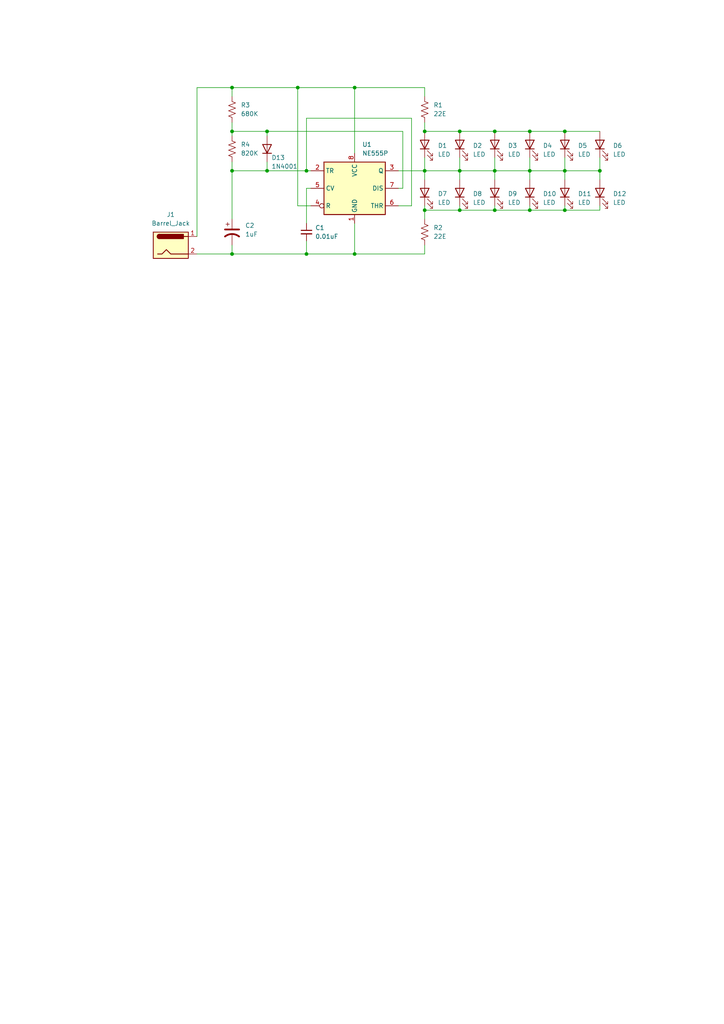
<source format=kicad_sch>
(kicad_sch (version 20230121) (generator eeschema)

  (uuid 15cd4396-3662-4723-bfa2-e088753f055c)

  (paper "A4" portrait)

  (title_block
    (title "Christmas Star")
    (date "2023-09-26")
    (rev "1.0.0")
  )

  (lib_symbols
    (symbol "Connector:Barrel_Jack" (pin_names (offset 1.016)) (in_bom yes) (on_board yes)
      (property "Reference" "J" (at 0 5.334 0)
        (effects (font (size 1.27 1.27)))
      )
      (property "Value" "Barrel_Jack" (at 0 -5.08 0)
        (effects (font (size 1.27 1.27)))
      )
      (property "Footprint" "" (at 1.27 -1.016 0)
        (effects (font (size 1.27 1.27)) hide)
      )
      (property "Datasheet" "~" (at 1.27 -1.016 0)
        (effects (font (size 1.27 1.27)) hide)
      )
      (property "ki_keywords" "DC power barrel jack connector" (at 0 0 0)
        (effects (font (size 1.27 1.27)) hide)
      )
      (property "ki_description" "DC Barrel Jack" (at 0 0 0)
        (effects (font (size 1.27 1.27)) hide)
      )
      (property "ki_fp_filters" "BarrelJack*" (at 0 0 0)
        (effects (font (size 1.27 1.27)) hide)
      )
      (symbol "Barrel_Jack_0_1"
        (rectangle (start -5.08 3.81) (end 5.08 -3.81)
          (stroke (width 0.254) (type default))
          (fill (type background))
        )
        (arc (start -3.302 3.175) (mid -3.9343 2.54) (end -3.302 1.905)
          (stroke (width 0.254) (type default))
          (fill (type none))
        )
        (arc (start -3.302 3.175) (mid -3.9343 2.54) (end -3.302 1.905)
          (stroke (width 0.254) (type default))
          (fill (type outline))
        )
        (polyline
          (pts
            (xy 5.08 2.54)
            (xy 3.81 2.54)
          )
          (stroke (width 0.254) (type default))
          (fill (type none))
        )
        (polyline
          (pts
            (xy -3.81 -2.54)
            (xy -2.54 -2.54)
            (xy -1.27 -1.27)
            (xy 0 -2.54)
            (xy 2.54 -2.54)
            (xy 5.08 -2.54)
          )
          (stroke (width 0.254) (type default))
          (fill (type none))
        )
        (rectangle (start 3.683 3.175) (end -3.302 1.905)
          (stroke (width 0.254) (type default))
          (fill (type outline))
        )
      )
      (symbol "Barrel_Jack_1_1"
        (pin passive line (at 7.62 2.54 180) (length 2.54)
          (name "~" (effects (font (size 1.27 1.27))))
          (number "1" (effects (font (size 1.27 1.27))))
        )
        (pin passive line (at 7.62 -2.54 180) (length 2.54)
          (name "~" (effects (font (size 1.27 1.27))))
          (number "2" (effects (font (size 1.27 1.27))))
        )
      )
    )
    (symbol "Device:C_Polarized_US" (pin_numbers hide) (pin_names (offset 0.254) hide) (in_bom yes) (on_board yes)
      (property "Reference" "C" (at 0.635 2.54 0)
        (effects (font (size 1.27 1.27)) (justify left))
      )
      (property "Value" "C_Polarized_US" (at 0.635 -2.54 0)
        (effects (font (size 1.27 1.27)) (justify left))
      )
      (property "Footprint" "" (at 0 0 0)
        (effects (font (size 1.27 1.27)) hide)
      )
      (property "Datasheet" "~" (at 0 0 0)
        (effects (font (size 1.27 1.27)) hide)
      )
      (property "ki_keywords" "cap capacitor" (at 0 0 0)
        (effects (font (size 1.27 1.27)) hide)
      )
      (property "ki_description" "Polarized capacitor, US symbol" (at 0 0 0)
        (effects (font (size 1.27 1.27)) hide)
      )
      (property "ki_fp_filters" "CP_*" (at 0 0 0)
        (effects (font (size 1.27 1.27)) hide)
      )
      (symbol "C_Polarized_US_0_1"
        (polyline
          (pts
            (xy -2.032 0.762)
            (xy 2.032 0.762)
          )
          (stroke (width 0.508) (type default))
          (fill (type none))
        )
        (polyline
          (pts
            (xy -1.778 2.286)
            (xy -0.762 2.286)
          )
          (stroke (width 0) (type default))
          (fill (type none))
        )
        (polyline
          (pts
            (xy -1.27 1.778)
            (xy -1.27 2.794)
          )
          (stroke (width 0) (type default))
          (fill (type none))
        )
        (arc (start 2.032 -1.27) (mid 0 -0.5572) (end -2.032 -1.27)
          (stroke (width 0.508) (type default))
          (fill (type none))
        )
      )
      (symbol "C_Polarized_US_1_1"
        (pin passive line (at 0 3.81 270) (length 2.794)
          (name "~" (effects (font (size 1.27 1.27))))
          (number "1" (effects (font (size 1.27 1.27))))
        )
        (pin passive line (at 0 -3.81 90) (length 3.302)
          (name "~" (effects (font (size 1.27 1.27))))
          (number "2" (effects (font (size 1.27 1.27))))
        )
      )
    )
    (symbol "Device:C_Small" (pin_numbers hide) (pin_names (offset 0.254) hide) (in_bom yes) (on_board yes)
      (property "Reference" "C" (at 0.254 1.778 0)
        (effects (font (size 1.27 1.27)) (justify left))
      )
      (property "Value" "C_Small" (at 0.254 -2.032 0)
        (effects (font (size 1.27 1.27)) (justify left))
      )
      (property "Footprint" "" (at 0 0 0)
        (effects (font (size 1.27 1.27)) hide)
      )
      (property "Datasheet" "~" (at 0 0 0)
        (effects (font (size 1.27 1.27)) hide)
      )
      (property "ki_keywords" "capacitor cap" (at 0 0 0)
        (effects (font (size 1.27 1.27)) hide)
      )
      (property "ki_description" "Unpolarized capacitor, small symbol" (at 0 0 0)
        (effects (font (size 1.27 1.27)) hide)
      )
      (property "ki_fp_filters" "C_*" (at 0 0 0)
        (effects (font (size 1.27 1.27)) hide)
      )
      (symbol "C_Small_0_1"
        (polyline
          (pts
            (xy -1.524 -0.508)
            (xy 1.524 -0.508)
          )
          (stroke (width 0.3302) (type default))
          (fill (type none))
        )
        (polyline
          (pts
            (xy -1.524 0.508)
            (xy 1.524 0.508)
          )
          (stroke (width 0.3048) (type default))
          (fill (type none))
        )
      )
      (symbol "C_Small_1_1"
        (pin passive line (at 0 2.54 270) (length 2.032)
          (name "~" (effects (font (size 1.27 1.27))))
          (number "1" (effects (font (size 1.27 1.27))))
        )
        (pin passive line (at 0 -2.54 90) (length 2.032)
          (name "~" (effects (font (size 1.27 1.27))))
          (number "2" (effects (font (size 1.27 1.27))))
        )
      )
    )
    (symbol "Device:LED" (pin_numbers hide) (pin_names (offset 1.016) hide) (in_bom yes) (on_board yes)
      (property "Reference" "D" (at 0 2.54 0)
        (effects (font (size 1.27 1.27)))
      )
      (property "Value" "LED" (at 0 -2.54 0)
        (effects (font (size 1.27 1.27)))
      )
      (property "Footprint" "" (at 0 0 0)
        (effects (font (size 1.27 1.27)) hide)
      )
      (property "Datasheet" "~" (at 0 0 0)
        (effects (font (size 1.27 1.27)) hide)
      )
      (property "ki_keywords" "LED diode" (at 0 0 0)
        (effects (font (size 1.27 1.27)) hide)
      )
      (property "ki_description" "Light emitting diode" (at 0 0 0)
        (effects (font (size 1.27 1.27)) hide)
      )
      (property "ki_fp_filters" "LED* LED_SMD:* LED_THT:*" (at 0 0 0)
        (effects (font (size 1.27 1.27)) hide)
      )
      (symbol "LED_0_1"
        (polyline
          (pts
            (xy -1.27 -1.27)
            (xy -1.27 1.27)
          )
          (stroke (width 0.254) (type default))
          (fill (type none))
        )
        (polyline
          (pts
            (xy -1.27 0)
            (xy 1.27 0)
          )
          (stroke (width 0) (type default))
          (fill (type none))
        )
        (polyline
          (pts
            (xy 1.27 -1.27)
            (xy 1.27 1.27)
            (xy -1.27 0)
            (xy 1.27 -1.27)
          )
          (stroke (width 0.254) (type default))
          (fill (type none))
        )
        (polyline
          (pts
            (xy -3.048 -0.762)
            (xy -4.572 -2.286)
            (xy -3.81 -2.286)
            (xy -4.572 -2.286)
            (xy -4.572 -1.524)
          )
          (stroke (width 0) (type default))
          (fill (type none))
        )
        (polyline
          (pts
            (xy -1.778 -0.762)
            (xy -3.302 -2.286)
            (xy -2.54 -2.286)
            (xy -3.302 -2.286)
            (xy -3.302 -1.524)
          )
          (stroke (width 0) (type default))
          (fill (type none))
        )
      )
      (symbol "LED_1_1"
        (pin passive line (at -3.81 0 0) (length 2.54)
          (name "K" (effects (font (size 1.27 1.27))))
          (number "1" (effects (font (size 1.27 1.27))))
        )
        (pin passive line (at 3.81 0 180) (length 2.54)
          (name "A" (effects (font (size 1.27 1.27))))
          (number "2" (effects (font (size 1.27 1.27))))
        )
      )
    )
    (symbol "Device:R_US" (pin_numbers hide) (pin_names (offset 0)) (in_bom yes) (on_board yes)
      (property "Reference" "R" (at 2.54 0 90)
        (effects (font (size 1.27 1.27)))
      )
      (property "Value" "R_US" (at -2.54 0 90)
        (effects (font (size 1.27 1.27)))
      )
      (property "Footprint" "" (at 1.016 -0.254 90)
        (effects (font (size 1.27 1.27)) hide)
      )
      (property "Datasheet" "~" (at 0 0 0)
        (effects (font (size 1.27 1.27)) hide)
      )
      (property "ki_keywords" "R res resistor" (at 0 0 0)
        (effects (font (size 1.27 1.27)) hide)
      )
      (property "ki_description" "Resistor, US symbol" (at 0 0 0)
        (effects (font (size 1.27 1.27)) hide)
      )
      (property "ki_fp_filters" "R_*" (at 0 0 0)
        (effects (font (size 1.27 1.27)) hide)
      )
      (symbol "R_US_0_1"
        (polyline
          (pts
            (xy 0 -2.286)
            (xy 0 -2.54)
          )
          (stroke (width 0) (type default))
          (fill (type none))
        )
        (polyline
          (pts
            (xy 0 2.286)
            (xy 0 2.54)
          )
          (stroke (width 0) (type default))
          (fill (type none))
        )
        (polyline
          (pts
            (xy 0 -0.762)
            (xy 1.016 -1.143)
            (xy 0 -1.524)
            (xy -1.016 -1.905)
            (xy 0 -2.286)
          )
          (stroke (width 0) (type default))
          (fill (type none))
        )
        (polyline
          (pts
            (xy 0 0.762)
            (xy 1.016 0.381)
            (xy 0 0)
            (xy -1.016 -0.381)
            (xy 0 -0.762)
          )
          (stroke (width 0) (type default))
          (fill (type none))
        )
        (polyline
          (pts
            (xy 0 2.286)
            (xy 1.016 1.905)
            (xy 0 1.524)
            (xy -1.016 1.143)
            (xy 0 0.762)
          )
          (stroke (width 0) (type default))
          (fill (type none))
        )
      )
      (symbol "R_US_1_1"
        (pin passive line (at 0 3.81 270) (length 1.27)
          (name "~" (effects (font (size 1.27 1.27))))
          (number "1" (effects (font (size 1.27 1.27))))
        )
        (pin passive line (at 0 -3.81 90) (length 1.27)
          (name "~" (effects (font (size 1.27 1.27))))
          (number "2" (effects (font (size 1.27 1.27))))
        )
      )
    )
    (symbol "Diode:1N4001" (pin_numbers hide) (pin_names hide) (in_bom yes) (on_board yes)
      (property "Reference" "D" (at 0 2.54 0)
        (effects (font (size 1.27 1.27)))
      )
      (property "Value" "1N4001" (at 0 -2.54 0)
        (effects (font (size 1.27 1.27)))
      )
      (property "Footprint" "Diode_THT:D_DO-41_SOD81_P10.16mm_Horizontal" (at 0 0 0)
        (effects (font (size 1.27 1.27)) hide)
      )
      (property "Datasheet" "http://www.vishay.com/docs/88503/1n4001.pdf" (at 0 0 0)
        (effects (font (size 1.27 1.27)) hide)
      )
      (property "Sim.Device" "D" (at 0 0 0)
        (effects (font (size 1.27 1.27)) hide)
      )
      (property "Sim.Pins" "1=K 2=A" (at 0 0 0)
        (effects (font (size 1.27 1.27)) hide)
      )
      (property "ki_keywords" "diode" (at 0 0 0)
        (effects (font (size 1.27 1.27)) hide)
      )
      (property "ki_description" "50V 1A General Purpose Rectifier Diode, DO-41" (at 0 0 0)
        (effects (font (size 1.27 1.27)) hide)
      )
      (property "ki_fp_filters" "D*DO?41*" (at 0 0 0)
        (effects (font (size 1.27 1.27)) hide)
      )
      (symbol "1N4001_0_1"
        (polyline
          (pts
            (xy -1.27 1.27)
            (xy -1.27 -1.27)
          )
          (stroke (width 0.254) (type default))
          (fill (type none))
        )
        (polyline
          (pts
            (xy 1.27 0)
            (xy -1.27 0)
          )
          (stroke (width 0) (type default))
          (fill (type none))
        )
        (polyline
          (pts
            (xy 1.27 1.27)
            (xy 1.27 -1.27)
            (xy -1.27 0)
            (xy 1.27 1.27)
          )
          (stroke (width 0.254) (type default))
          (fill (type none))
        )
      )
      (symbol "1N4001_1_1"
        (pin passive line (at -3.81 0 0) (length 2.54)
          (name "K" (effects (font (size 1.27 1.27))))
          (number "1" (effects (font (size 1.27 1.27))))
        )
        (pin passive line (at 3.81 0 180) (length 2.54)
          (name "A" (effects (font (size 1.27 1.27))))
          (number "2" (effects (font (size 1.27 1.27))))
        )
      )
    )
    (symbol "Timer:NE555P" (in_bom yes) (on_board yes)
      (property "Reference" "U" (at -10.16 8.89 0)
        (effects (font (size 1.27 1.27)) (justify left))
      )
      (property "Value" "NE555P" (at 2.54 8.89 0)
        (effects (font (size 1.27 1.27)) (justify left))
      )
      (property "Footprint" "Package_DIP:DIP-8_W7.62mm" (at 16.51 -10.16 0)
        (effects (font (size 1.27 1.27)) hide)
      )
      (property "Datasheet" "http://www.ti.com/lit/ds/symlink/ne555.pdf" (at 21.59 -10.16 0)
        (effects (font (size 1.27 1.27)) hide)
      )
      (property "ki_keywords" "single timer 555" (at 0 0 0)
        (effects (font (size 1.27 1.27)) hide)
      )
      (property "ki_description" "Precision Timers, 555 compatible,  PDIP-8" (at 0 0 0)
        (effects (font (size 1.27 1.27)) hide)
      )
      (property "ki_fp_filters" "DIP*W7.62mm*" (at 0 0 0)
        (effects (font (size 1.27 1.27)) hide)
      )
      (symbol "NE555P_0_0"
        (pin power_in line (at 0 -10.16 90) (length 2.54)
          (name "GND" (effects (font (size 1.27 1.27))))
          (number "1" (effects (font (size 1.27 1.27))))
        )
        (pin power_in line (at 0 10.16 270) (length 2.54)
          (name "VCC" (effects (font (size 1.27 1.27))))
          (number "8" (effects (font (size 1.27 1.27))))
        )
      )
      (symbol "NE555P_0_1"
        (rectangle (start -8.89 -7.62) (end 8.89 7.62)
          (stroke (width 0.254) (type default))
          (fill (type background))
        )
        (rectangle (start -8.89 -7.62) (end 8.89 7.62)
          (stroke (width 0.254) (type default))
          (fill (type background))
        )
      )
      (symbol "NE555P_1_1"
        (pin input line (at -12.7 5.08 0) (length 3.81)
          (name "TR" (effects (font (size 1.27 1.27))))
          (number "2" (effects (font (size 1.27 1.27))))
        )
        (pin output line (at 12.7 5.08 180) (length 3.81)
          (name "Q" (effects (font (size 1.27 1.27))))
          (number "3" (effects (font (size 1.27 1.27))))
        )
        (pin input inverted (at -12.7 -5.08 0) (length 3.81)
          (name "R" (effects (font (size 1.27 1.27))))
          (number "4" (effects (font (size 1.27 1.27))))
        )
        (pin input line (at -12.7 0 0) (length 3.81)
          (name "CV" (effects (font (size 1.27 1.27))))
          (number "5" (effects (font (size 1.27 1.27))))
        )
        (pin input line (at 12.7 -5.08 180) (length 3.81)
          (name "THR" (effects (font (size 1.27 1.27))))
          (number "6" (effects (font (size 1.27 1.27))))
        )
        (pin input line (at 12.7 0 180) (length 3.81)
          (name "DIS" (effects (font (size 1.27 1.27))))
          (number "7" (effects (font (size 1.27 1.27))))
        )
      )
    )
  )

  (junction (at 86.36 25.4) (diameter 0) (color 0 0 0 0)
    (uuid 034483d3-655b-41eb-a09e-c9d05143d4d5)
  )
  (junction (at 163.83 38.1) (diameter 0) (color 0 0 0 0)
    (uuid 1cda1d13-28b4-4a28-8a0f-749d5083716d)
  )
  (junction (at 153.67 49.53) (diameter 0) (color 0 0 0 0)
    (uuid 28b47b8d-d088-4ee4-b76c-1b35740e76cd)
  )
  (junction (at 173.99 49.53) (diameter 0) (color 0 0 0 0)
    (uuid 33a21f51-9093-46b3-97f1-1346b33ef361)
  )
  (junction (at 143.51 60.96) (diameter 0) (color 0 0 0 0)
    (uuid 3d76f2af-a64a-4126-b1c8-ffe80afb64db)
  )
  (junction (at 143.51 49.53) (diameter 0) (color 0 0 0 0)
    (uuid 4b2cc188-42b6-4c6e-9319-6f7c9b9171eb)
  )
  (junction (at 153.67 60.96) (diameter 0) (color 0 0 0 0)
    (uuid 57d7c033-4d47-4384-9c34-0749b19c4041)
  )
  (junction (at 67.31 73.66) (diameter 0) (color 0 0 0 0)
    (uuid 5e3bd4cc-9133-45de-a960-0a03217dcee0)
  )
  (junction (at 143.51 38.1) (diameter 0) (color 0 0 0 0)
    (uuid 615b42ee-6186-4fc5-aa6e-9c021b165a82)
  )
  (junction (at 133.35 38.1) (diameter 0) (color 0 0 0 0)
    (uuid 63e30fc6-5d2e-4efa-bfe7-16cc853e0674)
  )
  (junction (at 123.19 49.53) (diameter 0) (color 0 0 0 0)
    (uuid 64767bdb-31a3-4436-92ec-f3296f471274)
  )
  (junction (at 88.9 49.53) (diameter 0) (color 0 0 0 0)
    (uuid 6782007d-47fd-47d8-9b51-052de2286afa)
  )
  (junction (at 133.35 49.53) (diameter 0) (color 0 0 0 0)
    (uuid 7616bbf0-da16-401f-ad82-40a678d91189)
  )
  (junction (at 102.87 25.4) (diameter 0) (color 0 0 0 0)
    (uuid 847a6863-92c2-4ab4-ae61-64457bb53b77)
  )
  (junction (at 88.9 73.66) (diameter 0) (color 0 0 0 0)
    (uuid 8cb8bd64-b493-409a-afc2-070e7ca2c5f4)
  )
  (junction (at 77.47 38.1) (diameter 0) (color 0 0 0 0)
    (uuid 996cf62d-b510-4e80-b3c6-2db6ec65ec27)
  )
  (junction (at 67.31 38.1) (diameter 0) (color 0 0 0 0)
    (uuid b1fc69a6-f54a-4d46-8fcb-d1a5bfcdc7df)
  )
  (junction (at 77.47 49.53) (diameter 0) (color 0 0 0 0)
    (uuid b50d5de9-d0df-4e45-b02a-007bc60e36b8)
  )
  (junction (at 67.31 25.4) (diameter 0) (color 0 0 0 0)
    (uuid b59d9250-1010-4a8c-bc67-eb92e0eb3f44)
  )
  (junction (at 123.19 60.96) (diameter 0) (color 0 0 0 0)
    (uuid c9a695a1-52b5-46e2-bcd8-0cab4ece7912)
  )
  (junction (at 133.35 60.96) (diameter 0) (color 0 0 0 0)
    (uuid d1ad11f0-805f-4053-9624-1f25475fe448)
  )
  (junction (at 163.83 49.53) (diameter 0) (color 0 0 0 0)
    (uuid dcb4c9c2-ff91-4f77-a9ca-5f6dc451c11f)
  )
  (junction (at 102.87 73.66) (diameter 0) (color 0 0 0 0)
    (uuid ed5b625d-c616-46f7-8e89-fd6234585de9)
  )
  (junction (at 123.19 38.1) (diameter 0) (color 0 0 0 0)
    (uuid ed6e017b-533b-4e8b-b3de-73ce97b9d3b9)
  )
  (junction (at 153.67 38.1) (diameter 0) (color 0 0 0 0)
    (uuid f595f2de-673a-4237-aadf-273ac5f7ea61)
  )
  (junction (at 67.31 49.53) (diameter 0) (color 0 0 0 0)
    (uuid f88029b7-09f2-436d-91fb-5dcb52f03b33)
  )
  (junction (at 163.83 60.96) (diameter 0) (color 0 0 0 0)
    (uuid fce850c2-d76a-4a28-8a8f-9d523b20a970)
  )

  (wire (pts (xy 123.19 59.69) (xy 123.19 60.96))
    (stroke (width 0) (type default))
    (uuid 018909bd-b362-4846-9f7d-7cf8cf61b87e)
  )
  (wire (pts (xy 143.51 49.53) (xy 143.51 52.07))
    (stroke (width 0) (type default))
    (uuid 0ee579df-2dfc-4073-84a2-216efee03c91)
  )
  (wire (pts (xy 88.9 69.85) (xy 88.9 73.66))
    (stroke (width 0) (type default))
    (uuid 0f97408b-ec45-4fc7-9b49-4f5bc1de70bc)
  )
  (wire (pts (xy 86.36 25.4) (xy 102.87 25.4))
    (stroke (width 0) (type default))
    (uuid 0ff1209f-8158-469c-ad8b-e0882d40ae48)
  )
  (wire (pts (xy 173.99 49.53) (xy 173.99 52.07))
    (stroke (width 0) (type default))
    (uuid 12ee2650-ef57-48bb-97dc-23ffbb98cf68)
  )
  (wire (pts (xy 123.19 35.56) (xy 123.19 38.1))
    (stroke (width 0) (type default))
    (uuid 13089c01-86b7-4fc4-a07b-bf60c5c9a1e8)
  )
  (wire (pts (xy 119.38 59.69) (xy 119.38 34.29))
    (stroke (width 0) (type default))
    (uuid 15b7508a-860c-4947-9411-a0e1b1e7af32)
  )
  (wire (pts (xy 123.19 38.1) (xy 133.35 38.1))
    (stroke (width 0) (type default))
    (uuid 174bda0d-20f7-46d9-8f42-c981506ae5ff)
  )
  (wire (pts (xy 115.57 49.53) (xy 123.19 49.53))
    (stroke (width 0) (type default))
    (uuid 17af9744-375c-41ac-bb5d-16db7dedba29)
  )
  (wire (pts (xy 67.31 46.99) (xy 67.31 49.53))
    (stroke (width 0) (type default))
    (uuid 18f04b27-55f9-4d49-b3ab-581fd7791aed)
  )
  (wire (pts (xy 123.19 60.96) (xy 123.19 63.5))
    (stroke (width 0) (type default))
    (uuid 1a860b85-7798-494a-8ba5-e9c50c30f84e)
  )
  (wire (pts (xy 102.87 25.4) (xy 123.19 25.4))
    (stroke (width 0) (type default))
    (uuid 28debdb1-9cad-45f1-8943-99c9ea24216d)
  )
  (wire (pts (xy 163.83 45.72) (xy 163.83 49.53))
    (stroke (width 0) (type default))
    (uuid 2d082234-c110-4dd0-ad78-ce60b271106d)
  )
  (wire (pts (xy 173.99 60.96) (xy 173.99 59.69))
    (stroke (width 0) (type default))
    (uuid 2d09b027-1057-4f2d-b8ef-6820c267ccaf)
  )
  (wire (pts (xy 173.99 45.72) (xy 173.99 49.53))
    (stroke (width 0) (type default))
    (uuid 32163ba9-a203-443f-89a0-ae68c9dce6ec)
  )
  (wire (pts (xy 67.31 35.56) (xy 67.31 38.1))
    (stroke (width 0) (type default))
    (uuid 336b5b64-0a7e-4fb5-89fe-c46c3ac4dd8e)
  )
  (wire (pts (xy 153.67 45.72) (xy 153.67 49.53))
    (stroke (width 0) (type default))
    (uuid 383211b0-27a2-40d2-bbb8-d4e051a0df38)
  )
  (wire (pts (xy 116.84 54.61) (xy 116.84 38.1))
    (stroke (width 0) (type default))
    (uuid 39b505f6-de14-4230-84de-cb9602c5ee7e)
  )
  (wire (pts (xy 153.67 49.53) (xy 153.67 52.07))
    (stroke (width 0) (type default))
    (uuid 405739d8-dbdc-459d-ac40-c268505f11a9)
  )
  (wire (pts (xy 143.51 59.69) (xy 143.51 60.96))
    (stroke (width 0) (type default))
    (uuid 45573e47-32b7-4342-a50b-0b3e02aacd52)
  )
  (wire (pts (xy 102.87 44.45) (xy 102.87 25.4))
    (stroke (width 0) (type default))
    (uuid 4751c484-c7a1-4de6-8da4-cb4a7b89db3a)
  )
  (wire (pts (xy 163.83 60.96) (xy 173.99 60.96))
    (stroke (width 0) (type default))
    (uuid 494dff99-095c-4971-9e3c-c83de3eb6938)
  )
  (wire (pts (xy 163.83 38.1) (xy 173.99 38.1))
    (stroke (width 0) (type default))
    (uuid 54e99025-b3f6-454b-95c7-50bdd36e4557)
  )
  (wire (pts (xy 163.83 49.53) (xy 173.99 49.53))
    (stroke (width 0) (type default))
    (uuid 5d7cf982-3581-41a9-81af-0dc7f0fce4ea)
  )
  (wire (pts (xy 67.31 49.53) (xy 77.47 49.53))
    (stroke (width 0) (type default))
    (uuid 5f511f7f-5784-47a4-b239-662e88b98f41)
  )
  (wire (pts (xy 57.15 68.58) (xy 57.15 25.4))
    (stroke (width 0) (type default))
    (uuid 5f596f61-5e60-4509-8230-9061a576eb48)
  )
  (wire (pts (xy 102.87 64.77) (xy 102.87 73.66))
    (stroke (width 0) (type default))
    (uuid 63d66f5a-61a0-4915-95d1-75e448fec5ae)
  )
  (wire (pts (xy 77.47 46.99) (xy 77.47 49.53))
    (stroke (width 0) (type default))
    (uuid 641c065b-44f5-411f-aa84-88018547aa00)
  )
  (wire (pts (xy 133.35 49.53) (xy 133.35 52.07))
    (stroke (width 0) (type default))
    (uuid 6507bc51-f0e3-47d5-9fad-c8b2b982ca9c)
  )
  (wire (pts (xy 143.51 38.1) (xy 153.67 38.1))
    (stroke (width 0) (type default))
    (uuid 65f5fe5a-39c9-4fd1-ae30-229dbe9c6b2d)
  )
  (wire (pts (xy 88.9 34.29) (xy 88.9 49.53))
    (stroke (width 0) (type default))
    (uuid 676c06fb-32ad-4374-8a41-3fc3e13b3b2d)
  )
  (wire (pts (xy 153.67 49.53) (xy 163.83 49.53))
    (stroke (width 0) (type default))
    (uuid 67ebc56a-17e1-4e7f-80cd-96a760c2b5cb)
  )
  (wire (pts (xy 133.35 45.72) (xy 133.35 49.53))
    (stroke (width 0) (type default))
    (uuid 691d241d-c8f0-4cc9-8002-acaaea5f927a)
  )
  (wire (pts (xy 67.31 73.66) (xy 88.9 73.66))
    (stroke (width 0) (type default))
    (uuid 6d13da75-610a-4c31-81cf-39c578708566)
  )
  (wire (pts (xy 123.19 25.4) (xy 123.19 27.94))
    (stroke (width 0) (type default))
    (uuid 70a6da25-fcb6-4f27-96d2-c050ac42f0df)
  )
  (wire (pts (xy 143.51 45.72) (xy 143.51 49.53))
    (stroke (width 0) (type default))
    (uuid 712fee89-138a-415a-97e7-ec6f75a358e2)
  )
  (wire (pts (xy 67.31 49.53) (xy 67.31 63.5))
    (stroke (width 0) (type default))
    (uuid 748539b8-c6bc-464e-bfd0-337e206f5e47)
  )
  (wire (pts (xy 88.9 54.61) (xy 90.17 54.61))
    (stroke (width 0) (type default))
    (uuid 79e810fe-ae4d-4e74-8008-e1a642f8cf54)
  )
  (wire (pts (xy 67.31 38.1) (xy 77.47 38.1))
    (stroke (width 0) (type default))
    (uuid 7c16e209-ca7b-46dc-8bdb-a472e96bc6d1)
  )
  (wire (pts (xy 57.15 73.66) (xy 67.31 73.66))
    (stroke (width 0) (type default))
    (uuid 7c1d4b24-26f3-472c-ab6c-d1a7adc6fffd)
  )
  (wire (pts (xy 163.83 49.53) (xy 163.83 52.07))
    (stroke (width 0) (type default))
    (uuid 800e83f7-423e-4641-8f01-cef568531e71)
  )
  (wire (pts (xy 88.9 73.66) (xy 102.87 73.66))
    (stroke (width 0) (type default))
    (uuid 857e3097-d4fb-47b9-81f4-dd4dd4633acf)
  )
  (wire (pts (xy 115.57 54.61) (xy 116.84 54.61))
    (stroke (width 0) (type default))
    (uuid 893bac68-2fc8-45b7-8f28-86914f3c36f0)
  )
  (wire (pts (xy 133.35 60.96) (xy 143.51 60.96))
    (stroke (width 0) (type default))
    (uuid 8f32142c-f94a-40d8-9bb1-f995e1978ec3)
  )
  (wire (pts (xy 116.84 38.1) (xy 77.47 38.1))
    (stroke (width 0) (type default))
    (uuid 920537e9-5eb3-4567-bee5-32b0052a7bda)
  )
  (wire (pts (xy 77.47 49.53) (xy 88.9 49.53))
    (stroke (width 0) (type default))
    (uuid 947d4f7f-77ca-49be-86d4-a0ba296b28d7)
  )
  (wire (pts (xy 123.19 45.72) (xy 123.19 49.53))
    (stroke (width 0) (type default))
    (uuid 9a98f07a-9304-466f-bea2-9be189afd186)
  )
  (wire (pts (xy 123.19 49.53) (xy 133.35 49.53))
    (stroke (width 0) (type default))
    (uuid 9ac2dbb6-096f-4071-b4fe-6f3b7e994e48)
  )
  (wire (pts (xy 57.15 25.4) (xy 67.31 25.4))
    (stroke (width 0) (type default))
    (uuid a5cbb6d7-0559-4a66-a77c-5aa6984c77a9)
  )
  (wire (pts (xy 123.19 73.66) (xy 123.19 71.12))
    (stroke (width 0) (type default))
    (uuid a5d20afe-c291-44a5-a81e-047976b9ff5d)
  )
  (wire (pts (xy 102.87 73.66) (xy 123.19 73.66))
    (stroke (width 0) (type default))
    (uuid a688e1bf-a055-4965-b083-e79e0fb1d66b)
  )
  (wire (pts (xy 86.36 59.69) (xy 86.36 25.4))
    (stroke (width 0) (type default))
    (uuid a90dbde9-82b6-4563-ada9-62965be2f793)
  )
  (wire (pts (xy 133.35 38.1) (xy 143.51 38.1))
    (stroke (width 0) (type default))
    (uuid b0b67f9e-d4dc-470e-9f75-fb0df03da1a7)
  )
  (wire (pts (xy 153.67 38.1) (xy 163.83 38.1))
    (stroke (width 0) (type default))
    (uuid b4c6d676-5303-4703-9e9c-7d7a12cecdcd)
  )
  (wire (pts (xy 67.31 25.4) (xy 86.36 25.4))
    (stroke (width 0) (type default))
    (uuid b898e419-8868-4d31-91ad-466dfa5c56e7)
  )
  (wire (pts (xy 143.51 49.53) (xy 153.67 49.53))
    (stroke (width 0) (type default))
    (uuid bba80bcb-6695-4a4a-ac32-cc8cf1dfb7f6)
  )
  (wire (pts (xy 133.35 59.69) (xy 133.35 60.96))
    (stroke (width 0) (type default))
    (uuid c78ea8a1-c313-4924-82ad-c94cbe200a12)
  )
  (wire (pts (xy 143.51 60.96) (xy 153.67 60.96))
    (stroke (width 0) (type default))
    (uuid cec7723c-d067-4adf-96f4-f2cff5946e2d)
  )
  (wire (pts (xy 67.31 39.37) (xy 67.31 38.1))
    (stroke (width 0) (type default))
    (uuid cff64d23-1bd5-4b7f-819e-f10890490746)
  )
  (wire (pts (xy 133.35 49.53) (xy 143.51 49.53))
    (stroke (width 0) (type default))
    (uuid d81199df-065a-4c1d-a13c-e1674cf19a31)
  )
  (wire (pts (xy 153.67 60.96) (xy 163.83 60.96))
    (stroke (width 0) (type default))
    (uuid ddd471e8-d27b-49d4-a4f5-9ac9985c1300)
  )
  (wire (pts (xy 90.17 59.69) (xy 86.36 59.69))
    (stroke (width 0) (type default))
    (uuid df9f49eb-daa1-49e7-b2c1-d796172ba20a)
  )
  (wire (pts (xy 153.67 59.69) (xy 153.67 60.96))
    (stroke (width 0) (type default))
    (uuid e60a8633-78aa-4e07-9879-529a6ca2672e)
  )
  (wire (pts (xy 88.9 49.53) (xy 90.17 49.53))
    (stroke (width 0) (type default))
    (uuid e825227f-5640-4bda-93ec-72c6c5fb3b14)
  )
  (wire (pts (xy 163.83 59.69) (xy 163.83 60.96))
    (stroke (width 0) (type default))
    (uuid ef47cb00-b02e-4a01-8708-fe91e7458fd2)
  )
  (wire (pts (xy 115.57 59.69) (xy 119.38 59.69))
    (stroke (width 0) (type default))
    (uuid efae204b-7829-443f-8fbb-7dc9588ef072)
  )
  (wire (pts (xy 123.19 60.96) (xy 133.35 60.96))
    (stroke (width 0) (type default))
    (uuid f012e39d-0fa2-4f37-83b2-903ad343dda1)
  )
  (wire (pts (xy 67.31 27.94) (xy 67.31 25.4))
    (stroke (width 0) (type default))
    (uuid f02a2084-6fdf-4d13-bb02-0517be61cdf9)
  )
  (wire (pts (xy 88.9 64.77) (xy 88.9 54.61))
    (stroke (width 0) (type default))
    (uuid f1b5b3e6-5118-49ad-923d-64848a5ef125)
  )
  (wire (pts (xy 77.47 39.37) (xy 77.47 38.1))
    (stroke (width 0) (type default))
    (uuid f530a45e-d5aa-414d-9362-d2cda6600bb5)
  )
  (wire (pts (xy 123.19 49.53) (xy 123.19 52.07))
    (stroke (width 0) (type default))
    (uuid f631ee3e-a8db-403e-bda6-ec4a4e7ccf58)
  )
  (wire (pts (xy 119.38 34.29) (xy 88.9 34.29))
    (stroke (width 0) (type default))
    (uuid f7ba7916-eddd-45b9-aa1b-cdb344c9af81)
  )
  (wire (pts (xy 67.31 71.12) (xy 67.31 73.66))
    (stroke (width 0) (type default))
    (uuid fb90ddad-6964-4899-9c38-a63dfa5bda1a)
  )

  (symbol (lib_id "Device:LED") (at 123.19 41.91 90) (unit 1)
    (in_bom yes) (on_board yes) (dnp no) (fields_autoplaced)
    (uuid 10571606-4da0-4238-8941-5c30f0cb694f)
    (property "Reference" "D1" (at 127 42.2275 90)
      (effects (font (size 1.27 1.27)) (justify right))
    )
    (property "Value" "LED" (at 127 44.7675 90)
      (effects (font (size 1.27 1.27)) (justify right))
    )
    (property "Footprint" "" (at 123.19 41.91 0)
      (effects (font (size 1.27 1.27)) hide)
    )
    (property "Datasheet" "~" (at 123.19 41.91 0)
      (effects (font (size 1.27 1.27)) hide)
    )
    (pin "1" (uuid 8199d177-1242-4be2-bf38-2ace7a10ce1d))
    (pin "2" (uuid dbe171c7-b18b-49b8-be89-0b971b075606))
    (instances
      (project "christmas-star"
        (path "/15cd4396-3662-4723-bfa2-e088753f055c"
          (reference "D1") (unit 1)
        )
      )
    )
  )

  (symbol (lib_id "Timer:NE555P") (at 102.87 54.61 0) (unit 1)
    (in_bom yes) (on_board yes) (dnp no) (fields_autoplaced)
    (uuid 20d08fe3-2e6b-4566-bd5f-9af175bf6b15)
    (property "Reference" "U1" (at 105.0641 41.91 0)
      (effects (font (size 1.27 1.27)) (justify left))
    )
    (property "Value" "NE555P" (at 105.0641 44.45 0)
      (effects (font (size 1.27 1.27)) (justify left))
    )
    (property "Footprint" "Package_DIP:DIP-8_W7.62mm" (at 119.38 64.77 0)
      (effects (font (size 1.27 1.27)) hide)
    )
    (property "Datasheet" "http://www.ti.com/lit/ds/symlink/ne555.pdf" (at 124.46 64.77 0)
      (effects (font (size 1.27 1.27)) hide)
    )
    (pin "1" (uuid 28f8d8c9-3866-46ab-970e-a69d9df75a25))
    (pin "8" (uuid a164ab18-79c1-47d7-87bf-cc7a6cf0dbbd))
    (pin "2" (uuid c1033fce-881e-4e24-a1f1-a6aba6feb413))
    (pin "3" (uuid 9ad836a5-bd35-4904-addf-f39fdbf2d355))
    (pin "4" (uuid acb91706-3b55-4bd5-b65a-8088633faa84))
    (pin "5" (uuid 6b08b401-9d08-4956-9a43-1f2561e67d3a))
    (pin "6" (uuid 54e64252-a538-43ca-9a3c-dcc768702470))
    (pin "7" (uuid 99dc268c-c1bd-4897-ad50-4dfa9b085842))
    (instances
      (project "christmas-star"
        (path "/15cd4396-3662-4723-bfa2-e088753f055c"
          (reference "U1") (unit 1)
        )
      )
    )
  )

  (symbol (lib_id "Device:R_US") (at 123.19 67.31 0) (unit 1)
    (in_bom yes) (on_board yes) (dnp no) (fields_autoplaced)
    (uuid 36860541-2c9e-4db7-a0a5-bddae214e710)
    (property "Reference" "R2" (at 125.73 66.04 0)
      (effects (font (size 1.27 1.27)) (justify left))
    )
    (property "Value" "22E" (at 125.73 68.58 0)
      (effects (font (size 1.27 1.27)) (justify left))
    )
    (property "Footprint" "" (at 124.206 67.564 90)
      (effects (font (size 1.27 1.27)) hide)
    )
    (property "Datasheet" "~" (at 123.19 67.31 0)
      (effects (font (size 1.27 1.27)) hide)
    )
    (pin "1" (uuid a9417cf5-1595-4c66-b345-6dae6017e1f2))
    (pin "2" (uuid 8db08367-e0e3-4006-8f0e-2ddb6b10bc98))
    (instances
      (project "christmas-star"
        (path "/15cd4396-3662-4723-bfa2-e088753f055c"
          (reference "R2") (unit 1)
        )
      )
    )
  )

  (symbol (lib_id "Device:C_Polarized_US") (at 67.31 67.31 0) (unit 1)
    (in_bom yes) (on_board yes) (dnp no) (fields_autoplaced)
    (uuid 43722e8e-3569-423d-a193-00e404cb14b0)
    (property "Reference" "C2" (at 71.12 65.405 0)
      (effects (font (size 1.27 1.27)) (justify left))
    )
    (property "Value" "1uF" (at 71.12 67.945 0)
      (effects (font (size 1.27 1.27)) (justify left))
    )
    (property "Footprint" "" (at 67.31 67.31 0)
      (effects (font (size 1.27 1.27)) hide)
    )
    (property "Datasheet" "~" (at 67.31 67.31 0)
      (effects (font (size 1.27 1.27)) hide)
    )
    (pin "1" (uuid 81742857-8ffe-40ff-887f-80724aec75a6))
    (pin "2" (uuid ebe64f53-34f9-49f9-ba3a-a3414a525f71))
    (instances
      (project "christmas-star"
        (path "/15cd4396-3662-4723-bfa2-e088753f055c"
          (reference "C2") (unit 1)
        )
      )
    )
  )

  (symbol (lib_id "Device:LED") (at 153.67 41.91 90) (unit 1)
    (in_bom yes) (on_board yes) (dnp no) (fields_autoplaced)
    (uuid 4d93e464-2521-4522-9b60-fe7e807bd292)
    (property "Reference" "D4" (at 157.48 42.2275 90)
      (effects (font (size 1.27 1.27)) (justify right))
    )
    (property "Value" "LED" (at 157.48 44.7675 90)
      (effects (font (size 1.27 1.27)) (justify right))
    )
    (property "Footprint" "" (at 153.67 41.91 0)
      (effects (font (size 1.27 1.27)) hide)
    )
    (property "Datasheet" "~" (at 153.67 41.91 0)
      (effects (font (size 1.27 1.27)) hide)
    )
    (pin "1" (uuid 85f95450-8692-490f-a98f-4825888399cc))
    (pin "2" (uuid 502f3303-6f20-4a5b-85ab-9cb0a9f24daa))
    (instances
      (project "christmas-star"
        (path "/15cd4396-3662-4723-bfa2-e088753f055c"
          (reference "D4") (unit 1)
        )
      )
    )
  )

  (symbol (lib_id "Device:C_Small") (at 88.9 67.31 0) (unit 1)
    (in_bom yes) (on_board yes) (dnp no) (fields_autoplaced)
    (uuid 4f663b2a-02fc-4c32-b1da-1ef05e676b4e)
    (property "Reference" "C1" (at 91.44 66.0463 0)
      (effects (font (size 1.27 1.27)) (justify left))
    )
    (property "Value" "0.01uF" (at 91.44 68.5863 0)
      (effects (font (size 1.27 1.27)) (justify left))
    )
    (property "Footprint" "" (at 88.9 67.31 0)
      (effects (font (size 1.27 1.27)) hide)
    )
    (property "Datasheet" "~" (at 88.9 67.31 0)
      (effects (font (size 1.27 1.27)) hide)
    )
    (pin "1" (uuid 5242fb66-8b79-4125-b8f2-a9d4365ed83d))
    (pin "2" (uuid ac3f6505-5371-4939-9e91-b1cb840f8a16))
    (instances
      (project "christmas-star"
        (path "/15cd4396-3662-4723-bfa2-e088753f055c"
          (reference "C1") (unit 1)
        )
      )
    )
  )

  (symbol (lib_id "Device:LED") (at 143.51 41.91 90) (unit 1)
    (in_bom yes) (on_board yes) (dnp no) (fields_autoplaced)
    (uuid 52278f99-0667-4c1b-b7b1-ebbe9d22b97b)
    (property "Reference" "D3" (at 147.32 42.2275 90)
      (effects (font (size 1.27 1.27)) (justify right))
    )
    (property "Value" "LED" (at 147.32 44.7675 90)
      (effects (font (size 1.27 1.27)) (justify right))
    )
    (property "Footprint" "" (at 143.51 41.91 0)
      (effects (font (size 1.27 1.27)) hide)
    )
    (property "Datasheet" "~" (at 143.51 41.91 0)
      (effects (font (size 1.27 1.27)) hide)
    )
    (pin "1" (uuid 275eeb75-2bff-4a7a-bdf8-f38934878bab))
    (pin "2" (uuid 3fae35e4-bc46-4891-8eff-fb5a38921c77))
    (instances
      (project "christmas-star"
        (path "/15cd4396-3662-4723-bfa2-e088753f055c"
          (reference "D3") (unit 1)
        )
      )
    )
  )

  (symbol (lib_id "Diode:1N4001") (at 77.47 43.18 90) (unit 1)
    (in_bom yes) (on_board yes) (dnp no)
    (uuid 526f55ea-9665-434d-a3d8-f088e1727543)
    (property "Reference" "D13" (at 78.74 45.72 90)
      (effects (font (size 1.27 1.27)) (justify right))
    )
    (property "Value" "1N4001" (at 78.74 48.26 90)
      (effects (font (size 1.27 1.27)) (justify right))
    )
    (property "Footprint" "Diode_THT:D_DO-41_SOD81_P10.16mm_Horizontal" (at 77.47 43.18 0)
      (effects (font (size 1.27 1.27)) hide)
    )
    (property "Datasheet" "http://www.vishay.com/docs/88503/1n4001.pdf" (at 77.47 43.18 0)
      (effects (font (size 1.27 1.27)) hide)
    )
    (property "Sim.Device" "D" (at 77.47 43.18 0)
      (effects (font (size 1.27 1.27)) hide)
    )
    (property "Sim.Pins" "1=K 2=A" (at 77.47 43.18 0)
      (effects (font (size 1.27 1.27)) hide)
    )
    (pin "1" (uuid 9dc8ff3e-c140-41f3-b696-8ac6529c6052))
    (pin "2" (uuid 1029af02-44b0-4abf-80f5-cb85246c7a25))
    (instances
      (project "christmas-star"
        (path "/15cd4396-3662-4723-bfa2-e088753f055c"
          (reference "D13") (unit 1)
        )
      )
    )
  )

  (symbol (lib_id "Connector:Barrel_Jack") (at 49.53 71.12 0) (unit 1)
    (in_bom yes) (on_board yes) (dnp no) (fields_autoplaced)
    (uuid 67b8b4f3-74e7-45ff-963d-76ff341afc41)
    (property "Reference" "J1" (at 49.53 62.23 0)
      (effects (font (size 1.27 1.27)))
    )
    (property "Value" "Barrel_Jack" (at 49.53 64.77 0)
      (effects (font (size 1.27 1.27)))
    )
    (property "Footprint" "" (at 50.8 72.136 0)
      (effects (font (size 1.27 1.27)) hide)
    )
    (property "Datasheet" "~" (at 50.8 72.136 0)
      (effects (font (size 1.27 1.27)) hide)
    )
    (pin "1" (uuid 2864cc12-2303-404e-ad22-f45f4371a12f))
    (pin "2" (uuid a4f1ba07-8f8a-43f0-bb11-d995ab8dd39e))
    (instances
      (project "christmas-star"
        (path "/15cd4396-3662-4723-bfa2-e088753f055c"
          (reference "J1") (unit 1)
        )
      )
    )
  )

  (symbol (lib_id "Device:LED") (at 133.35 41.91 90) (unit 1)
    (in_bom yes) (on_board yes) (dnp no) (fields_autoplaced)
    (uuid 7453ad9f-7767-43d1-9dec-2aeff262be3c)
    (property "Reference" "D2" (at 137.16 42.2275 90)
      (effects (font (size 1.27 1.27)) (justify right))
    )
    (property "Value" "LED" (at 137.16 44.7675 90)
      (effects (font (size 1.27 1.27)) (justify right))
    )
    (property "Footprint" "" (at 133.35 41.91 0)
      (effects (font (size 1.27 1.27)) hide)
    )
    (property "Datasheet" "~" (at 133.35 41.91 0)
      (effects (font (size 1.27 1.27)) hide)
    )
    (pin "1" (uuid f2a26f76-dc05-48eb-87ca-a1f24da93ed3))
    (pin "2" (uuid 48430f7c-a7ec-4956-b94e-f51b6a5d0aaf))
    (instances
      (project "christmas-star"
        (path "/15cd4396-3662-4723-bfa2-e088753f055c"
          (reference "D2") (unit 1)
        )
      )
    )
  )

  (symbol (lib_id "Device:LED") (at 153.67 55.88 90) (unit 1)
    (in_bom yes) (on_board yes) (dnp no) (fields_autoplaced)
    (uuid 7de30605-dd20-42d4-b591-7edcd9817a50)
    (property "Reference" "D10" (at 157.48 56.1975 90)
      (effects (font (size 1.27 1.27)) (justify right))
    )
    (property "Value" "LED" (at 157.48 58.7375 90)
      (effects (font (size 1.27 1.27)) (justify right))
    )
    (property "Footprint" "" (at 153.67 55.88 0)
      (effects (font (size 1.27 1.27)) hide)
    )
    (property "Datasheet" "~" (at 153.67 55.88 0)
      (effects (font (size 1.27 1.27)) hide)
    )
    (pin "1" (uuid 24da4fd1-4def-4a28-b1e3-848d8604e8ed))
    (pin "2" (uuid 90e0eb7a-9e2f-42c6-913a-11fd39772e6b))
    (instances
      (project "christmas-star"
        (path "/15cd4396-3662-4723-bfa2-e088753f055c"
          (reference "D10") (unit 1)
        )
      )
    )
  )

  (symbol (lib_id "Device:LED") (at 163.83 55.88 90) (unit 1)
    (in_bom yes) (on_board yes) (dnp no) (fields_autoplaced)
    (uuid a51f71a8-5f93-4775-8379-96d934178197)
    (property "Reference" "D11" (at 167.64 56.1975 90)
      (effects (font (size 1.27 1.27)) (justify right))
    )
    (property "Value" "LED" (at 167.64 58.7375 90)
      (effects (font (size 1.27 1.27)) (justify right))
    )
    (property "Footprint" "" (at 163.83 55.88 0)
      (effects (font (size 1.27 1.27)) hide)
    )
    (property "Datasheet" "~" (at 163.83 55.88 0)
      (effects (font (size 1.27 1.27)) hide)
    )
    (pin "1" (uuid a956da0f-1469-48e2-94f4-0dc23faf0045))
    (pin "2" (uuid 3a997537-02ed-4890-8b95-4b2726919334))
    (instances
      (project "christmas-star"
        (path "/15cd4396-3662-4723-bfa2-e088753f055c"
          (reference "D11") (unit 1)
        )
      )
    )
  )

  (symbol (lib_id "Device:LED") (at 173.99 41.91 90) (unit 1)
    (in_bom yes) (on_board yes) (dnp no) (fields_autoplaced)
    (uuid a5c751a3-a2e1-46cd-98f2-7c90a6cd722e)
    (property "Reference" "D6" (at 177.8 42.2275 90)
      (effects (font (size 1.27 1.27)) (justify right))
    )
    (property "Value" "LED" (at 177.8 44.7675 90)
      (effects (font (size 1.27 1.27)) (justify right))
    )
    (property "Footprint" "" (at 173.99 41.91 0)
      (effects (font (size 1.27 1.27)) hide)
    )
    (property "Datasheet" "~" (at 173.99 41.91 0)
      (effects (font (size 1.27 1.27)) hide)
    )
    (pin "1" (uuid b871ba93-c9e4-4957-90e7-7c7e6f73b2a5))
    (pin "2" (uuid 6d3c6ddc-cfd9-4757-b6cb-eda2b403f4af))
    (instances
      (project "christmas-star"
        (path "/15cd4396-3662-4723-bfa2-e088753f055c"
          (reference "D6") (unit 1)
        )
      )
    )
  )

  (symbol (lib_id "Device:R_US") (at 123.19 31.75 0) (unit 1)
    (in_bom yes) (on_board yes) (dnp no) (fields_autoplaced)
    (uuid a77f1315-e993-4306-9e52-4e3d25743c60)
    (property "Reference" "R1" (at 125.73 30.48 0)
      (effects (font (size 1.27 1.27)) (justify left))
    )
    (property "Value" "22E" (at 125.73 33.02 0)
      (effects (font (size 1.27 1.27)) (justify left))
    )
    (property "Footprint" "" (at 124.206 32.004 90)
      (effects (font (size 1.27 1.27)) hide)
    )
    (property "Datasheet" "~" (at 123.19 31.75 0)
      (effects (font (size 1.27 1.27)) hide)
    )
    (pin "1" (uuid 2ca0facc-5698-4265-be30-61ffd7a55720))
    (pin "2" (uuid 0186fa5e-c90b-4503-8347-c1b5904460f7))
    (instances
      (project "christmas-star"
        (path "/15cd4396-3662-4723-bfa2-e088753f055c"
          (reference "R1") (unit 1)
        )
      )
    )
  )

  (symbol (lib_id "Device:LED") (at 143.51 55.88 90) (unit 1)
    (in_bom yes) (on_board yes) (dnp no) (fields_autoplaced)
    (uuid adc6b4b1-4dc4-46b3-8461-b67562756621)
    (property "Reference" "D9" (at 147.32 56.1975 90)
      (effects (font (size 1.27 1.27)) (justify right))
    )
    (property "Value" "LED" (at 147.32 58.7375 90)
      (effects (font (size 1.27 1.27)) (justify right))
    )
    (property "Footprint" "" (at 143.51 55.88 0)
      (effects (font (size 1.27 1.27)) hide)
    )
    (property "Datasheet" "~" (at 143.51 55.88 0)
      (effects (font (size 1.27 1.27)) hide)
    )
    (pin "1" (uuid 862aa1df-d55f-41d6-be44-78898b8a8771))
    (pin "2" (uuid 7133393a-8654-4e65-afb6-f2835ad0e8da))
    (instances
      (project "christmas-star"
        (path "/15cd4396-3662-4723-bfa2-e088753f055c"
          (reference "D9") (unit 1)
        )
      )
    )
  )

  (symbol (lib_id "Device:R_US") (at 67.31 31.75 0) (unit 1)
    (in_bom yes) (on_board yes) (dnp no) (fields_autoplaced)
    (uuid b07f1bb3-00c6-4dbb-a0b8-b4b24519ce0e)
    (property "Reference" "R3" (at 69.85 30.48 0)
      (effects (font (size 1.27 1.27)) (justify left))
    )
    (property "Value" "680K" (at 69.85 33.02 0)
      (effects (font (size 1.27 1.27)) (justify left))
    )
    (property "Footprint" "" (at 68.326 32.004 90)
      (effects (font (size 1.27 1.27)) hide)
    )
    (property "Datasheet" "~" (at 67.31 31.75 0)
      (effects (font (size 1.27 1.27)) hide)
    )
    (pin "1" (uuid 1b3410e9-3d69-45ef-aef1-99e10cd9c653))
    (pin "2" (uuid 7a6ab82b-b597-4a2f-a78c-3603bc090a32))
    (instances
      (project "christmas-star"
        (path "/15cd4396-3662-4723-bfa2-e088753f055c"
          (reference "R3") (unit 1)
        )
      )
    )
  )

  (symbol (lib_id "Device:R_US") (at 67.31 43.18 0) (unit 1)
    (in_bom yes) (on_board yes) (dnp no) (fields_autoplaced)
    (uuid cfcccf0f-4a2e-4e94-80b3-01c91787d832)
    (property "Reference" "R4" (at 69.85 41.91 0)
      (effects (font (size 1.27 1.27)) (justify left))
    )
    (property "Value" "820K" (at 69.85 44.45 0)
      (effects (font (size 1.27 1.27)) (justify left))
    )
    (property "Footprint" "" (at 68.326 43.434 90)
      (effects (font (size 1.27 1.27)) hide)
    )
    (property "Datasheet" "~" (at 67.31 43.18 0)
      (effects (font (size 1.27 1.27)) hide)
    )
    (pin "1" (uuid f202df70-f51b-4c2a-909c-063f10ad2bfc))
    (pin "2" (uuid 0f60c4b2-1391-4e8a-a958-eb6b831d2d57))
    (instances
      (project "christmas-star"
        (path "/15cd4396-3662-4723-bfa2-e088753f055c"
          (reference "R4") (unit 1)
        )
      )
    )
  )

  (symbol (lib_id "Device:LED") (at 123.19 55.88 90) (unit 1)
    (in_bom yes) (on_board yes) (dnp no) (fields_autoplaced)
    (uuid ef5c71f3-fa31-46a8-a47d-419751d146f8)
    (property "Reference" "D7" (at 127 56.1975 90)
      (effects (font (size 1.27 1.27)) (justify right))
    )
    (property "Value" "LED" (at 127 58.7375 90)
      (effects (font (size 1.27 1.27)) (justify right))
    )
    (property "Footprint" "" (at 123.19 55.88 0)
      (effects (font (size 1.27 1.27)) hide)
    )
    (property "Datasheet" "~" (at 123.19 55.88 0)
      (effects (font (size 1.27 1.27)) hide)
    )
    (pin "1" (uuid 52cdfc15-1ba7-4617-86f5-bd32703ef488))
    (pin "2" (uuid bfbe15bc-4f6d-451c-806e-b8291d76d5b0))
    (instances
      (project "christmas-star"
        (path "/15cd4396-3662-4723-bfa2-e088753f055c"
          (reference "D7") (unit 1)
        )
      )
    )
  )

  (symbol (lib_id "Device:LED") (at 133.35 55.88 90) (unit 1)
    (in_bom yes) (on_board yes) (dnp no) (fields_autoplaced)
    (uuid f371127b-1e27-4c27-b110-4c1b3fde142c)
    (property "Reference" "D8" (at 137.16 56.1975 90)
      (effects (font (size 1.27 1.27)) (justify right))
    )
    (property "Value" "LED" (at 137.16 58.7375 90)
      (effects (font (size 1.27 1.27)) (justify right))
    )
    (property "Footprint" "" (at 133.35 55.88 0)
      (effects (font (size 1.27 1.27)) hide)
    )
    (property "Datasheet" "~" (at 133.35 55.88 0)
      (effects (font (size 1.27 1.27)) hide)
    )
    (pin "1" (uuid 2d52fa14-98c8-47b7-90c5-a070cf001ad9))
    (pin "2" (uuid 6897f95b-c82f-499e-97c7-6308a8508fb1))
    (instances
      (project "christmas-star"
        (path "/15cd4396-3662-4723-bfa2-e088753f055c"
          (reference "D8") (unit 1)
        )
      )
    )
  )

  (symbol (lib_id "Device:LED") (at 173.99 55.88 90) (unit 1)
    (in_bom yes) (on_board yes) (dnp no) (fields_autoplaced)
    (uuid f88f7c45-aaa1-45c0-9493-a613d734b0ac)
    (property "Reference" "D12" (at 177.8 56.1975 90)
      (effects (font (size 1.27 1.27)) (justify right))
    )
    (property "Value" "LED" (at 177.8 58.7375 90)
      (effects (font (size 1.27 1.27)) (justify right))
    )
    (property "Footprint" "" (at 173.99 55.88 0)
      (effects (font (size 1.27 1.27)) hide)
    )
    (property "Datasheet" "~" (at 173.99 55.88 0)
      (effects (font (size 1.27 1.27)) hide)
    )
    (pin "1" (uuid 97bb680e-2c23-4357-8771-76cf4861ddd5))
    (pin "2" (uuid b241c7f2-feaf-4a83-bc38-1a32babf1a3e))
    (instances
      (project "christmas-star"
        (path "/15cd4396-3662-4723-bfa2-e088753f055c"
          (reference "D12") (unit 1)
        )
      )
    )
  )

  (symbol (lib_id "Device:LED") (at 163.83 41.91 90) (unit 1)
    (in_bom yes) (on_board yes) (dnp no) (fields_autoplaced)
    (uuid fee964d6-4a90-48a5-a009-757787e7ea08)
    (property "Reference" "D5" (at 167.64 42.2275 90)
      (effects (font (size 1.27 1.27)) (justify right))
    )
    (property "Value" "LED" (at 167.64 44.7675 90)
      (effects (font (size 1.27 1.27)) (justify right))
    )
    (property "Footprint" "" (at 163.83 41.91 0)
      (effects (font (size 1.27 1.27)) hide)
    )
    (property "Datasheet" "~" (at 163.83 41.91 0)
      (effects (font (size 1.27 1.27)) hide)
    )
    (pin "1" (uuid 3acbae8c-cb42-4d12-be4e-71a0677e78e4))
    (pin "2" (uuid 9285d788-1177-4548-961e-99c63170eaa4))
    (instances
      (project "christmas-star"
        (path "/15cd4396-3662-4723-bfa2-e088753f055c"
          (reference "D5") (unit 1)
        )
      )
    )
  )

  (sheet_instances
    (path "/" (page "1"))
  )
)

</source>
